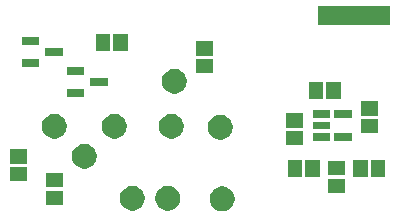
<source format=gbr>
G04 #@! TF.GenerationSoftware,KiCad,Pcbnew,(5.1.5-0-10_14)*
G04 #@! TF.CreationDate,2021-11-24T22:31:54+00:00*
G04 #@! TF.ProjectId,throwie,7468726f-7769-4652-9e6b-696361645f70,rev?*
G04 #@! TF.SameCoordinates,Original*
G04 #@! TF.FileFunction,Soldermask,Bot*
G04 #@! TF.FilePolarity,Negative*
%FSLAX46Y46*%
G04 Gerber Fmt 4.6, Leading zero omitted, Abs format (unit mm)*
G04 Created by KiCad (PCBNEW (5.1.5-0-10_14)) date 2021-11-24 22:31:54*
%MOMM*%
%LPD*%
G04 APERTURE LIST*
%ADD10C,0.100000*%
G04 APERTURE END LIST*
D10*
G36*
X40168387Y-160073029D02*
G01*
X40359656Y-160152255D01*
X40359658Y-160152256D01*
X40460498Y-160219635D01*
X40531796Y-160267275D01*
X40678188Y-160413667D01*
X40793208Y-160585807D01*
X40872434Y-160777076D01*
X40912823Y-160980124D01*
X40912823Y-161187156D01*
X40872434Y-161390204D01*
X40812941Y-161533833D01*
X40793207Y-161581475D01*
X40678188Y-161753613D01*
X40531796Y-161900005D01*
X40359658Y-162015024D01*
X40359657Y-162015025D01*
X40359656Y-162015025D01*
X40168387Y-162094251D01*
X39965339Y-162134640D01*
X39758307Y-162134640D01*
X39555259Y-162094251D01*
X39363990Y-162015025D01*
X39363989Y-162015025D01*
X39363988Y-162015024D01*
X39191850Y-161900005D01*
X39045458Y-161753613D01*
X38930439Y-161581475D01*
X38910705Y-161533833D01*
X38851212Y-161390204D01*
X38810823Y-161187156D01*
X38810823Y-160980124D01*
X38851212Y-160777076D01*
X38930438Y-160585807D01*
X39045458Y-160413667D01*
X39191850Y-160267275D01*
X39263148Y-160219635D01*
X39363988Y-160152256D01*
X39363990Y-160152255D01*
X39555259Y-160073029D01*
X39758307Y-160032640D01*
X39965339Y-160032640D01*
X40168387Y-160073029D01*
G37*
G36*
X35564564Y-160025389D02*
G01*
X35755833Y-160104615D01*
X35755835Y-160104616D01*
X35827133Y-160152256D01*
X35927973Y-160219635D01*
X36074365Y-160366027D01*
X36189385Y-160538167D01*
X36268611Y-160729436D01*
X36309000Y-160932484D01*
X36309000Y-161139516D01*
X36268611Y-161342564D01*
X36189385Y-161533833D01*
X36189384Y-161533835D01*
X36074365Y-161705973D01*
X35927973Y-161852365D01*
X35755835Y-161967384D01*
X35755834Y-161967385D01*
X35755833Y-161967385D01*
X35564564Y-162046611D01*
X35361516Y-162087000D01*
X35154484Y-162087000D01*
X34951436Y-162046611D01*
X34760167Y-161967385D01*
X34760166Y-161967385D01*
X34760165Y-161967384D01*
X34588027Y-161852365D01*
X34441635Y-161705973D01*
X34326616Y-161533835D01*
X34326615Y-161533833D01*
X34247389Y-161342564D01*
X34207000Y-161139516D01*
X34207000Y-160932484D01*
X34247389Y-160729436D01*
X34326615Y-160538167D01*
X34441635Y-160366027D01*
X34588027Y-160219635D01*
X34688867Y-160152256D01*
X34760165Y-160104616D01*
X34760167Y-160104615D01*
X34951436Y-160025389D01*
X35154484Y-159985000D01*
X35361516Y-159985000D01*
X35564564Y-160025389D01*
G37*
G36*
X32564564Y-160025389D02*
G01*
X32755833Y-160104615D01*
X32755835Y-160104616D01*
X32827133Y-160152256D01*
X32927973Y-160219635D01*
X33074365Y-160366027D01*
X33189385Y-160538167D01*
X33268611Y-160729436D01*
X33309000Y-160932484D01*
X33309000Y-161139516D01*
X33268611Y-161342564D01*
X33189385Y-161533833D01*
X33189384Y-161533835D01*
X33074365Y-161705973D01*
X32927973Y-161852365D01*
X32755835Y-161967384D01*
X32755834Y-161967385D01*
X32755833Y-161967385D01*
X32564564Y-162046611D01*
X32361516Y-162087000D01*
X32154484Y-162087000D01*
X31951436Y-162046611D01*
X31760167Y-161967385D01*
X31760166Y-161967385D01*
X31760165Y-161967384D01*
X31588027Y-161852365D01*
X31441635Y-161705973D01*
X31326616Y-161533835D01*
X31326615Y-161533833D01*
X31247389Y-161342564D01*
X31207000Y-161139516D01*
X31207000Y-160932484D01*
X31247389Y-160729436D01*
X31326615Y-160538167D01*
X31441635Y-160366027D01*
X31588027Y-160219635D01*
X31688867Y-160152256D01*
X31760165Y-160104616D01*
X31760167Y-160104615D01*
X31951436Y-160025389D01*
X32154484Y-159985000D01*
X32361516Y-159985000D01*
X32564564Y-160025389D01*
G37*
G36*
X26355000Y-161613000D02*
G01*
X24953000Y-161613000D01*
X24953000Y-160411000D01*
X26355000Y-160411000D01*
X26355000Y-161613000D01*
G37*
G36*
X50231000Y-160597000D02*
G01*
X48829000Y-160597000D01*
X48829000Y-159395000D01*
X50231000Y-159395000D01*
X50231000Y-160597000D01*
G37*
G36*
X26355000Y-160113000D02*
G01*
X24953000Y-160113000D01*
X24953000Y-158911000D01*
X26355000Y-158911000D01*
X26355000Y-160113000D01*
G37*
G36*
X23307000Y-159605000D02*
G01*
X21905000Y-159605000D01*
X21905000Y-158403000D01*
X23307000Y-158403000D01*
X23307000Y-159605000D01*
G37*
G36*
X53663000Y-159197000D02*
G01*
X52461000Y-159197000D01*
X52461000Y-157795000D01*
X53663000Y-157795000D01*
X53663000Y-159197000D01*
G37*
G36*
X52163000Y-159197000D02*
G01*
X50961000Y-159197000D01*
X50961000Y-157795000D01*
X52163000Y-157795000D01*
X52163000Y-159197000D01*
G37*
G36*
X48099000Y-159197000D02*
G01*
X46897000Y-159197000D01*
X46897000Y-157795000D01*
X48099000Y-157795000D01*
X48099000Y-159197000D01*
G37*
G36*
X46599000Y-159197000D02*
G01*
X45397000Y-159197000D01*
X45397000Y-157795000D01*
X46599000Y-157795000D01*
X46599000Y-159197000D01*
G37*
G36*
X50231000Y-159097000D02*
G01*
X48829000Y-159097000D01*
X48829000Y-157895000D01*
X50231000Y-157895000D01*
X50231000Y-159097000D01*
G37*
G36*
X28500564Y-156469389D02*
G01*
X28691833Y-156548615D01*
X28691835Y-156548616D01*
X28863973Y-156663635D01*
X29010365Y-156810027D01*
X29072488Y-156903000D01*
X29125385Y-156982167D01*
X29204611Y-157173436D01*
X29245000Y-157376484D01*
X29245000Y-157583516D01*
X29204611Y-157786564D01*
X29159695Y-157895000D01*
X29125384Y-157977835D01*
X29010365Y-158149973D01*
X28863973Y-158296365D01*
X28691835Y-158411384D01*
X28691834Y-158411385D01*
X28691833Y-158411385D01*
X28500564Y-158490611D01*
X28297516Y-158531000D01*
X28090484Y-158531000D01*
X27887436Y-158490611D01*
X27696167Y-158411385D01*
X27696166Y-158411385D01*
X27696165Y-158411384D01*
X27524027Y-158296365D01*
X27377635Y-158149973D01*
X27262616Y-157977835D01*
X27228305Y-157895000D01*
X27183389Y-157786564D01*
X27143000Y-157583516D01*
X27143000Y-157376484D01*
X27183389Y-157173436D01*
X27262615Y-156982167D01*
X27315513Y-156903000D01*
X27377635Y-156810027D01*
X27524027Y-156663635D01*
X27696165Y-156548616D01*
X27696167Y-156548615D01*
X27887436Y-156469389D01*
X28090484Y-156429000D01*
X28297516Y-156429000D01*
X28500564Y-156469389D01*
G37*
G36*
X23307000Y-158105000D02*
G01*
X21905000Y-158105000D01*
X21905000Y-156903000D01*
X23307000Y-156903000D01*
X23307000Y-158105000D01*
G37*
G36*
X46675000Y-156557000D02*
G01*
X45273000Y-156557000D01*
X45273000Y-155355000D01*
X46675000Y-155355000D01*
X46675000Y-156557000D01*
G37*
G36*
X50811000Y-156150000D02*
G01*
X49309000Y-156150000D01*
X49309000Y-155498000D01*
X50811000Y-155498000D01*
X50811000Y-156150000D01*
G37*
G36*
X49011000Y-156150000D02*
G01*
X47509000Y-156150000D01*
X47509000Y-155498000D01*
X49011000Y-155498000D01*
X49011000Y-156150000D01*
G37*
G36*
X40009651Y-154008476D02*
G01*
X40200920Y-154087702D01*
X40200922Y-154087703D01*
X40254698Y-154123635D01*
X40373060Y-154202722D01*
X40519452Y-154349114D01*
X40634472Y-154521254D01*
X40713698Y-154712523D01*
X40754087Y-154915571D01*
X40754087Y-155122603D01*
X40713698Y-155325651D01*
X40667230Y-155437835D01*
X40634471Y-155516922D01*
X40519452Y-155689060D01*
X40373060Y-155835452D01*
X40200922Y-155950471D01*
X40200921Y-155950472D01*
X40200920Y-155950472D01*
X40009651Y-156029698D01*
X39806603Y-156070087D01*
X39599571Y-156070087D01*
X39396523Y-156029698D01*
X39205254Y-155950472D01*
X39205253Y-155950472D01*
X39205252Y-155950471D01*
X39033114Y-155835452D01*
X38886722Y-155689060D01*
X38771703Y-155516922D01*
X38738944Y-155437835D01*
X38692476Y-155325651D01*
X38652087Y-155122603D01*
X38652087Y-154915571D01*
X38692476Y-154712523D01*
X38771702Y-154521254D01*
X38886722Y-154349114D01*
X39033114Y-154202722D01*
X39151476Y-154123635D01*
X39205252Y-154087703D01*
X39205254Y-154087702D01*
X39396523Y-154008476D01*
X39599571Y-153968087D01*
X39806603Y-153968087D01*
X40009651Y-154008476D01*
G37*
G36*
X35866564Y-153929389D02*
G01*
X36057833Y-154008615D01*
X36057835Y-154008616D01*
X36106301Y-154041000D01*
X36229973Y-154123635D01*
X36376365Y-154270027D01*
X36491385Y-154442167D01*
X36570611Y-154633436D01*
X36611000Y-154836484D01*
X36611000Y-155043516D01*
X36570611Y-155246564D01*
X36525695Y-155355000D01*
X36491384Y-155437835D01*
X36376365Y-155609973D01*
X36229973Y-155756365D01*
X36057835Y-155871384D01*
X36057834Y-155871385D01*
X36057833Y-155871385D01*
X35866564Y-155950611D01*
X35663516Y-155991000D01*
X35456484Y-155991000D01*
X35253436Y-155950611D01*
X35062167Y-155871385D01*
X35062166Y-155871385D01*
X35062165Y-155871384D01*
X34890027Y-155756365D01*
X34743635Y-155609973D01*
X34628616Y-155437835D01*
X34594305Y-155355000D01*
X34549389Y-155246564D01*
X34509000Y-155043516D01*
X34509000Y-154836484D01*
X34549389Y-154633436D01*
X34628615Y-154442167D01*
X34743635Y-154270027D01*
X34890027Y-154123635D01*
X35013699Y-154041000D01*
X35062165Y-154008616D01*
X35062167Y-154008615D01*
X35253436Y-153929389D01*
X35456484Y-153889000D01*
X35663516Y-153889000D01*
X35866564Y-153929389D01*
G37*
G36*
X31040564Y-153929389D02*
G01*
X31231833Y-154008615D01*
X31231835Y-154008616D01*
X31280301Y-154041000D01*
X31403973Y-154123635D01*
X31550365Y-154270027D01*
X31665385Y-154442167D01*
X31744611Y-154633436D01*
X31785000Y-154836484D01*
X31785000Y-155043516D01*
X31744611Y-155246564D01*
X31699695Y-155355000D01*
X31665384Y-155437835D01*
X31550365Y-155609973D01*
X31403973Y-155756365D01*
X31231835Y-155871384D01*
X31231834Y-155871385D01*
X31231833Y-155871385D01*
X31040564Y-155950611D01*
X30837516Y-155991000D01*
X30630484Y-155991000D01*
X30427436Y-155950611D01*
X30236167Y-155871385D01*
X30236166Y-155871385D01*
X30236165Y-155871384D01*
X30064027Y-155756365D01*
X29917635Y-155609973D01*
X29802616Y-155437835D01*
X29768305Y-155355000D01*
X29723389Y-155246564D01*
X29683000Y-155043516D01*
X29683000Y-154836484D01*
X29723389Y-154633436D01*
X29802615Y-154442167D01*
X29917635Y-154270027D01*
X30064027Y-154123635D01*
X30187699Y-154041000D01*
X30236165Y-154008616D01*
X30236167Y-154008615D01*
X30427436Y-153929389D01*
X30630484Y-153889000D01*
X30837516Y-153889000D01*
X31040564Y-153929389D01*
G37*
G36*
X25960564Y-153929389D02*
G01*
X26151833Y-154008615D01*
X26151835Y-154008616D01*
X26200301Y-154041000D01*
X26323973Y-154123635D01*
X26470365Y-154270027D01*
X26585385Y-154442167D01*
X26664611Y-154633436D01*
X26705000Y-154836484D01*
X26705000Y-155043516D01*
X26664611Y-155246564D01*
X26619695Y-155355000D01*
X26585384Y-155437835D01*
X26470365Y-155609973D01*
X26323973Y-155756365D01*
X26151835Y-155871384D01*
X26151834Y-155871385D01*
X26151833Y-155871385D01*
X25960564Y-155950611D01*
X25757516Y-155991000D01*
X25550484Y-155991000D01*
X25347436Y-155950611D01*
X25156167Y-155871385D01*
X25156166Y-155871385D01*
X25156165Y-155871384D01*
X24984027Y-155756365D01*
X24837635Y-155609973D01*
X24722616Y-155437835D01*
X24688305Y-155355000D01*
X24643389Y-155246564D01*
X24603000Y-155043516D01*
X24603000Y-154836484D01*
X24643389Y-154633436D01*
X24722615Y-154442167D01*
X24837635Y-154270027D01*
X24984027Y-154123635D01*
X25107699Y-154041000D01*
X25156165Y-154008616D01*
X25156167Y-154008615D01*
X25347436Y-153929389D01*
X25550484Y-153889000D01*
X25757516Y-153889000D01*
X25960564Y-153929389D01*
G37*
G36*
X53025000Y-155541000D02*
G01*
X51623000Y-155541000D01*
X51623000Y-154339000D01*
X53025000Y-154339000D01*
X53025000Y-155541000D01*
G37*
G36*
X49011000Y-155200000D02*
G01*
X47509000Y-155200000D01*
X47509000Y-154548000D01*
X49011000Y-154548000D01*
X49011000Y-155200000D01*
G37*
G36*
X46675000Y-155057000D02*
G01*
X45273000Y-155057000D01*
X45273000Y-153855000D01*
X46675000Y-153855000D01*
X46675000Y-155057000D01*
G37*
G36*
X50811000Y-154250000D02*
G01*
X49309000Y-154250000D01*
X49309000Y-153598000D01*
X50811000Y-153598000D01*
X50811000Y-154250000D01*
G37*
G36*
X49011000Y-154250000D02*
G01*
X47509000Y-154250000D01*
X47509000Y-153598000D01*
X49011000Y-153598000D01*
X49011000Y-154250000D01*
G37*
G36*
X53025000Y-154041000D02*
G01*
X51623000Y-154041000D01*
X51623000Y-152839000D01*
X53025000Y-152839000D01*
X53025000Y-154041000D01*
G37*
G36*
X48377000Y-152593000D02*
G01*
X47175000Y-152593000D01*
X47175000Y-151191000D01*
X48377000Y-151191000D01*
X48377000Y-152593000D01*
G37*
G36*
X49877000Y-152593000D02*
G01*
X48675000Y-152593000D01*
X48675000Y-151191000D01*
X49877000Y-151191000D01*
X49877000Y-152593000D01*
G37*
G36*
X28183000Y-152497000D02*
G01*
X26681000Y-152497000D01*
X26681000Y-151795000D01*
X28183000Y-151795000D01*
X28183000Y-152497000D01*
G37*
G36*
X36120564Y-150119389D02*
G01*
X36311833Y-150198615D01*
X36311835Y-150198616D01*
X36483973Y-150313635D01*
X36630365Y-150460027D01*
X36745385Y-150632167D01*
X36824611Y-150823436D01*
X36865000Y-151026484D01*
X36865000Y-151233516D01*
X36824611Y-151436564D01*
X36778867Y-151547000D01*
X36745384Y-151627835D01*
X36630365Y-151799973D01*
X36483973Y-151946365D01*
X36311835Y-152061384D01*
X36311834Y-152061385D01*
X36311833Y-152061385D01*
X36120564Y-152140611D01*
X35917516Y-152181000D01*
X35710484Y-152181000D01*
X35507436Y-152140611D01*
X35316167Y-152061385D01*
X35316166Y-152061385D01*
X35316165Y-152061384D01*
X35144027Y-151946365D01*
X34997635Y-151799973D01*
X34882616Y-151627835D01*
X34849133Y-151547000D01*
X34803389Y-151436564D01*
X34763000Y-151233516D01*
X34763000Y-151026484D01*
X34803389Y-150823436D01*
X34882615Y-150632167D01*
X34997635Y-150460027D01*
X35144027Y-150313635D01*
X35316165Y-150198616D01*
X35316167Y-150198615D01*
X35507436Y-150119389D01*
X35710484Y-150079000D01*
X35917516Y-150079000D01*
X36120564Y-150119389D01*
G37*
G36*
X30203000Y-151547000D02*
G01*
X28701000Y-151547000D01*
X28701000Y-150845000D01*
X30203000Y-150845000D01*
X30203000Y-151547000D01*
G37*
G36*
X28183000Y-150597000D02*
G01*
X26681000Y-150597000D01*
X26681000Y-149895000D01*
X28183000Y-149895000D01*
X28183000Y-150597000D01*
G37*
G36*
X39055000Y-150461000D02*
G01*
X37653000Y-150461000D01*
X37653000Y-149259000D01*
X39055000Y-149259000D01*
X39055000Y-150461000D01*
G37*
G36*
X24373000Y-149957000D02*
G01*
X22871000Y-149957000D01*
X22871000Y-149255000D01*
X24373000Y-149255000D01*
X24373000Y-149957000D01*
G37*
G36*
X26393000Y-149007000D02*
G01*
X24891000Y-149007000D01*
X24891000Y-148305000D01*
X26393000Y-148305000D01*
X26393000Y-149007000D01*
G37*
G36*
X39055000Y-148961000D02*
G01*
X37653000Y-148961000D01*
X37653000Y-147759000D01*
X39055000Y-147759000D01*
X39055000Y-148961000D01*
G37*
G36*
X30343000Y-148529000D02*
G01*
X29141000Y-148529000D01*
X29141000Y-147127000D01*
X30343000Y-147127000D01*
X30343000Y-148529000D01*
G37*
G36*
X31843000Y-148529000D02*
G01*
X30641000Y-148529000D01*
X30641000Y-147127000D01*
X31843000Y-147127000D01*
X31843000Y-148529000D01*
G37*
G36*
X24373000Y-148057000D02*
G01*
X22871000Y-148057000D01*
X22871000Y-147355000D01*
X24373000Y-147355000D01*
X24373000Y-148057000D01*
G37*
G36*
X54105000Y-146343000D02*
G01*
X48003000Y-146343000D01*
X48003000Y-144741000D01*
X54105000Y-144741000D01*
X54105000Y-146343000D01*
G37*
M02*

</source>
